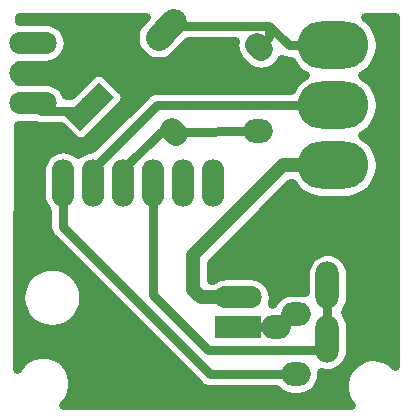
<source format=gbr>
G04 #@! TF.GenerationSoftware,KiCad,Pcbnew,5.1.4-1.fc30*
G04 #@! TF.CreationDate,2019-08-27T20:45:53+02:00*
G04 #@! TF.ProjectId,BoatFanControl,426f6174-4661-46e4-936f-6e74726f6c2e,rev?*
G04 #@! TF.SameCoordinates,PX5140c80PY5efc680*
G04 #@! TF.FileFunction,Copper,L2,Bot*
G04 #@! TF.FilePolarity,Positive*
%FSLAX46Y46*%
G04 Gerber Fmt 4.6, Leading zero omitted, Abs format (unit mm)*
G04 Created by KiCad (PCBNEW 5.1.4-1.fc30) date 2019-08-27 20:45:53*
%MOMM*%
%LPD*%
G04 APERTURE LIST*
%ADD10O,2.500000X2.000000*%
%ADD11C,2.000000*%
%ADD12C,2.000000*%
%ADD13O,4.000000X1.905000*%
%ADD14R,4.000000X1.905000*%
%ADD15O,6.000500X4.000500*%
%ADD16R,6.000500X4.000500*%
%ADD17O,2.000000X4.000000*%
%ADD18C,2.200000*%
%ADD19C,2.200000*%
%ADD20C,1.800000*%
%ADD21C,0.100000*%
%ADD22O,4.000000X1.879600*%
%ADD23O,1.879600X4.000000*%
%ADD24C,0.800000*%
%ADD25C,1.200000*%
G04 APERTURE END LIST*
D10*
X22700000Y12480000D03*
X22700000Y7400000D03*
X24400000Y8480000D03*
X24400000Y3400000D03*
X21200000Y13840000D03*
X21200000Y24000000D03*
D11*
X14115795Y23915795D03*
D12*
X14292572Y23739018D02*
X13939018Y24092572D01*
D11*
X21300000Y31100000D03*
D12*
X21476777Y30923223D02*
X21123223Y31276777D01*
D13*
X19550000Y12430000D03*
X19550000Y9890000D03*
D14*
X19550000Y7350000D03*
D15*
X27600000Y31240000D03*
X27600000Y26160000D03*
X27600000Y21080000D03*
D16*
X27600000Y16000000D03*
D17*
X31600000Y6400000D03*
X27100000Y6400000D03*
X31600000Y10900000D03*
X27100000Y10900000D03*
D18*
X13430652Y32530652D03*
D19*
X12794256Y31894256D02*
X14067048Y33167048D01*
D20*
X6953553Y26053553D03*
D21*
G36*
X6175736Y24002943D02*
G01*
X4902943Y25275736D01*
X7731370Y28104163D01*
X9004163Y26831370D01*
X6175736Y24002943D01*
X6175736Y24002943D01*
G37*
D22*
X2200000Y31430000D03*
X2200000Y28890000D03*
X2200000Y26350000D03*
D23*
X17400000Y19600000D03*
X14860000Y19600000D03*
X12320000Y19600000D03*
X9780000Y19600000D03*
X7240000Y19600000D03*
X4700000Y19600000D03*
D24*
X2230000Y31400000D02*
X2200000Y31430000D01*
X2850000Y25700000D02*
X2200000Y26350000D01*
X6600000Y25700000D02*
X2850000Y25700000D01*
X20390000Y12430000D02*
X19550000Y12430000D01*
X21700000Y13740000D02*
X20390000Y12430000D01*
X23780000Y8480000D02*
X22700000Y7400000D01*
X24400000Y8480000D02*
X23780000Y8480000D01*
X19600000Y7400000D02*
X19550000Y7350000D01*
X22700000Y7400000D02*
X19600000Y7400000D01*
X4700000Y15861510D02*
X4700000Y18600000D01*
X17161510Y3400000D02*
X4700000Y15861510D01*
X24400000Y3400000D02*
X17161510Y3400000D01*
X12320000Y18600000D02*
X12320000Y10080000D01*
X17000000Y5400000D02*
X27100000Y5400000D01*
X12320000Y10080000D02*
X17000000Y5400000D01*
X27100000Y5400000D02*
X27100000Y11900000D01*
X23799750Y31240000D02*
X22155545Y32884205D01*
X22155545Y32884205D02*
X13784205Y32884205D01*
X27600000Y31240000D02*
X23799750Y31240000D01*
X22155545Y31955545D02*
X22155545Y32884205D01*
X21300000Y31100000D02*
X22155545Y31955545D01*
X7240000Y20722084D02*
X7240000Y18600000D01*
X12677916Y26160000D02*
X7240000Y20722084D01*
X27600000Y26160000D02*
X12677916Y26160000D01*
D25*
X23399750Y21080000D02*
X27600000Y21080000D01*
X23336091Y21080000D02*
X23399750Y21080000D01*
X15704916Y13448825D02*
X23336091Y21080000D01*
X15704916Y10535084D02*
X15704916Y13448825D01*
X16350000Y9890000D02*
X15704916Y10535084D01*
X19550000Y9890000D02*
X16350000Y9890000D01*
D24*
X9780000Y20722084D02*
X9780000Y18600000D01*
X12973711Y23915795D02*
X9780000Y20722084D01*
X14115795Y23915795D02*
X12973711Y23915795D01*
X14131590Y23900000D02*
X14115795Y23915795D01*
X14115795Y23915795D02*
X21200000Y24000000D01*
G36*
X11304638Y33244378D02*
G01*
X11116588Y33015238D01*
X10930131Y32666402D01*
X10815311Y32287893D01*
X10776541Y31894256D01*
X10815311Y31500619D01*
X10930131Y31122110D01*
X11116588Y30773274D01*
X11367517Y30467517D01*
X11673274Y30216588D01*
X12022110Y30030131D01*
X12400619Y29915311D01*
X12794256Y29876541D01*
X13187893Y29915311D01*
X13566402Y30030131D01*
X13915238Y30216588D01*
X14144378Y30404638D01*
X15315945Y31576205D01*
X19235484Y31576205D01*
X19205993Y31276777D01*
X19242832Y30902744D01*
X19351933Y30543086D01*
X19529104Y30211621D01*
X19707791Y29993891D01*
X20193891Y29507791D01*
X20411621Y29329104D01*
X20743086Y29151933D01*
X21102744Y29042832D01*
X21476777Y29005992D01*
X21850810Y29042832D01*
X22210468Y29151933D01*
X22541933Y29329104D01*
X22832464Y29567536D01*
X23070896Y29858067D01*
X23190789Y30082371D01*
X23296778Y30025719D01*
X23543337Y29950926D01*
X23735500Y29932000D01*
X23735506Y29932000D01*
X23799749Y29925673D01*
X23863992Y29932000D01*
X24001511Y29932000D01*
X24170179Y29616445D01*
X24533607Y29173607D01*
X24976445Y28810179D01*
X25182575Y28700000D01*
X24976445Y28589821D01*
X24533607Y28226393D01*
X24170179Y27783555D01*
X24001511Y27468000D01*
X12742159Y27468000D01*
X12677916Y27474327D01*
X12613673Y27468000D01*
X12613666Y27468000D01*
X12421503Y27449074D01*
X12174944Y27374281D01*
X11947714Y27252824D01*
X11748546Y27089370D01*
X11707589Y27039464D01*
X7179063Y22510938D01*
X6877768Y22481263D01*
X6529456Y22375604D01*
X6208451Y22204023D01*
X5970000Y22008331D01*
X5731548Y22204023D01*
X5410543Y22375604D01*
X5062231Y22481263D01*
X4700000Y22516940D01*
X4337768Y22481263D01*
X3989456Y22375604D01*
X3668451Y22204023D01*
X3387087Y21973113D01*
X3156177Y21691748D01*
X2984596Y21370743D01*
X2878937Y21022431D01*
X2852200Y20750968D01*
X2852201Y18449031D01*
X2878938Y18177568D01*
X2984597Y17829256D01*
X3156178Y17508251D01*
X3387088Y17226887D01*
X3392000Y17222855D01*
X3392000Y15925753D01*
X3385673Y15861510D01*
X3392000Y15797267D01*
X3392000Y15797261D01*
X3410926Y15605098D01*
X3485719Y15358539D01*
X3607176Y15131309D01*
X3770630Y14932140D01*
X3820536Y14891183D01*
X16191183Y2520536D01*
X16232140Y2470630D01*
X16431308Y2307176D01*
X16658538Y2185719D01*
X16905097Y2110926D01*
X17097260Y2092000D01*
X17097269Y2092000D01*
X17161509Y2085673D01*
X17225749Y2092000D01*
X22755177Y2092000D01*
X22794313Y2044313D01*
X23084844Y1805881D01*
X23416307Y1628710D01*
X23775967Y1519608D01*
X24056276Y1492000D01*
X24743724Y1492000D01*
X25024033Y1519608D01*
X25383693Y1628710D01*
X25715156Y1805881D01*
X26005687Y2044313D01*
X26244119Y2334844D01*
X26421290Y2666307D01*
X26530392Y3025967D01*
X26567231Y3400000D01*
X26550199Y3572927D01*
X26725968Y3519608D01*
X27100000Y3482769D01*
X27474033Y3519608D01*
X27833693Y3628710D01*
X28165156Y3805881D01*
X28455687Y4044313D01*
X28694119Y4334844D01*
X28871290Y4666307D01*
X28980392Y5025967D01*
X29008000Y5306277D01*
X29008000Y7493724D01*
X28980392Y7774033D01*
X28871290Y8133693D01*
X28694119Y8465156D01*
X28542422Y8650000D01*
X28694119Y8834844D01*
X28871290Y9166307D01*
X28980392Y9525967D01*
X29008000Y9806277D01*
X29008000Y11993724D01*
X28980392Y12274033D01*
X28871290Y12633693D01*
X28694119Y12965156D01*
X28455687Y13255687D01*
X28165156Y13494119D01*
X27833692Y13671290D01*
X27474032Y13780392D01*
X27100000Y13817231D01*
X26725967Y13780392D01*
X26366307Y13671290D01*
X26034844Y13494119D01*
X25744313Y13255687D01*
X25505881Y12965156D01*
X25328710Y12633692D01*
X25219608Y12274032D01*
X25192000Y11993723D01*
X25192001Y10309439D01*
X25024033Y10360392D01*
X24743724Y10388000D01*
X24056276Y10388000D01*
X23775967Y10360392D01*
X23416307Y10251290D01*
X23084844Y10074119D01*
X22794313Y9835687D01*
X22555881Y9545156D01*
X22429118Y9308000D01*
X22365170Y9308000D01*
X22431080Y9525278D01*
X22467002Y9890000D01*
X22431080Y10254722D01*
X22324695Y10605427D01*
X22151934Y10928640D01*
X21919438Y11211938D01*
X21636140Y11444434D01*
X21312927Y11617195D01*
X20962222Y11723580D01*
X20688899Y11750500D01*
X18411101Y11750500D01*
X18137778Y11723580D01*
X17787073Y11617195D01*
X17463860Y11444434D01*
X17407280Y11398000D01*
X17212916Y11398000D01*
X17212916Y12824192D01*
X23960725Y19572000D01*
X24108413Y19572000D01*
X24170179Y19456445D01*
X24533607Y19013607D01*
X24976445Y18650179D01*
X25481676Y18380127D01*
X26029883Y18213831D01*
X26457136Y18171750D01*
X28742864Y18171750D01*
X29170117Y18213831D01*
X29718324Y18380127D01*
X30223555Y18650179D01*
X30666393Y19013607D01*
X31029821Y19456445D01*
X31299873Y19961676D01*
X31466169Y20509883D01*
X31522321Y21080000D01*
X31466169Y21650117D01*
X31299873Y22198324D01*
X31029821Y22703555D01*
X30666393Y23146393D01*
X30223555Y23509821D01*
X30017425Y23620000D01*
X30223555Y23730179D01*
X30666393Y24093607D01*
X31029821Y24536445D01*
X31299873Y25041676D01*
X31466169Y25589883D01*
X31522321Y26160000D01*
X31466169Y26730117D01*
X31299873Y27278324D01*
X31029821Y27783555D01*
X30666393Y28226393D01*
X30223555Y28589821D01*
X30017425Y28700000D01*
X30223555Y28810179D01*
X30666393Y29173607D01*
X31029821Y29616445D01*
X31299873Y30121676D01*
X31466169Y30669883D01*
X31522321Y31240000D01*
X31466169Y31810117D01*
X31299873Y32358324D01*
X31029821Y32863555D01*
X30666393Y33306393D01*
X30257455Y33642000D01*
X32842001Y33642000D01*
X32842000Y4104848D01*
X32598757Y4348091D01*
X32187983Y4622561D01*
X31731557Y4811619D01*
X31247016Y4908000D01*
X30752984Y4908000D01*
X30268443Y4811619D01*
X29812017Y4622561D01*
X29401243Y4348091D01*
X29051909Y3998757D01*
X28777439Y3587983D01*
X28588381Y3131557D01*
X28492000Y2647016D01*
X28492000Y2152984D01*
X28588381Y1668443D01*
X28777439Y1212017D01*
X29051909Y801243D01*
X29095152Y758000D01*
X4704848Y758000D01*
X4948091Y1001243D01*
X5222561Y1412017D01*
X5411619Y1868443D01*
X5508000Y2352984D01*
X5508000Y2847016D01*
X5411619Y3331557D01*
X5222561Y3787983D01*
X4948091Y4198757D01*
X4598757Y4548091D01*
X4187983Y4822561D01*
X3731557Y5011619D01*
X3247016Y5108000D01*
X2752984Y5108000D01*
X2268443Y5011619D01*
X1812017Y4822561D01*
X1401243Y4548091D01*
X1051909Y4198757D01*
X780965Y3793260D01*
X816003Y9890000D01*
X1079140Y9890000D01*
X1130460Y9368941D01*
X1282447Y8867906D01*
X1529261Y8406150D01*
X1861417Y8001417D01*
X2266150Y7669261D01*
X2727906Y7422447D01*
X3228941Y7270460D01*
X3619431Y7232000D01*
X3880569Y7232000D01*
X4271059Y7270460D01*
X4772094Y7422447D01*
X5233850Y7669261D01*
X5638583Y8001417D01*
X5970739Y8406150D01*
X6217553Y8867906D01*
X6369540Y9368941D01*
X6420860Y9890000D01*
X6369540Y10411059D01*
X6217553Y10912094D01*
X5970739Y11373850D01*
X5638583Y11778583D01*
X5233850Y12110739D01*
X4772094Y12357553D01*
X4271059Y12509540D01*
X3880569Y12548000D01*
X3619431Y12548000D01*
X3228941Y12509540D01*
X2727906Y12357553D01*
X2266150Y12110739D01*
X1861417Y11778583D01*
X1529261Y11373850D01*
X1282447Y10912094D01*
X1130460Y10411059D01*
X1079140Y9890000D01*
X816003Y9890000D01*
X900066Y24516872D01*
X1049031Y24502200D01*
X2316194Y24502200D01*
X2347028Y24485719D01*
X2593587Y24410926D01*
X2785750Y24392000D01*
X2785757Y24392000D01*
X2850000Y24385673D01*
X2914243Y24392000D01*
X4496361Y24392000D01*
X5530577Y23357784D01*
X5668838Y23244316D01*
X5826578Y23160002D01*
X5997737Y23108081D01*
X6175736Y23090550D01*
X6353735Y23108081D01*
X6524894Y23160002D01*
X6682634Y23244316D01*
X6820895Y23357784D01*
X9649322Y26186211D01*
X9762790Y26324472D01*
X9847104Y26482212D01*
X9899025Y26653371D01*
X9916556Y26831370D01*
X9899025Y27009369D01*
X9847104Y27180528D01*
X9762790Y27338268D01*
X9649322Y27476529D01*
X8376529Y28749322D01*
X8238268Y28862790D01*
X8080528Y28947104D01*
X7909369Y28999025D01*
X7731370Y29016556D01*
X7553371Y28999025D01*
X7382212Y28947104D01*
X7224472Y28862790D01*
X7086211Y28749322D01*
X5344889Y27008000D01*
X4991543Y27008000D01*
X4975604Y27060544D01*
X4804023Y27381549D01*
X4573113Y27662913D01*
X4291749Y27893823D01*
X3970744Y28065404D01*
X3622432Y28171063D01*
X3350969Y28197800D01*
X1049031Y28197800D01*
X921149Y28185205D01*
X929245Y29593998D01*
X1049031Y29582200D01*
X3350969Y29582200D01*
X3622432Y29608937D01*
X3970744Y29714596D01*
X4291749Y29886177D01*
X4573113Y30117087D01*
X4804023Y30398451D01*
X4975604Y30719456D01*
X5081263Y31067768D01*
X5116940Y31430000D01*
X5081263Y31792232D01*
X4975604Y32140544D01*
X4804023Y32461549D01*
X4573113Y32742913D01*
X4291749Y32973823D01*
X3970744Y33145404D01*
X3622432Y33251063D01*
X3350969Y33277800D01*
X1049031Y33277800D01*
X950360Y33268082D01*
X952509Y33642000D01*
X11702260Y33642000D01*
X11304638Y33244378D01*
X11304638Y33244378D01*
G37*
X11304638Y33244378D02*
X11116588Y33015238D01*
X10930131Y32666402D01*
X10815311Y32287893D01*
X10776541Y31894256D01*
X10815311Y31500619D01*
X10930131Y31122110D01*
X11116588Y30773274D01*
X11367517Y30467517D01*
X11673274Y30216588D01*
X12022110Y30030131D01*
X12400619Y29915311D01*
X12794256Y29876541D01*
X13187893Y29915311D01*
X13566402Y30030131D01*
X13915238Y30216588D01*
X14144378Y30404638D01*
X15315945Y31576205D01*
X19235484Y31576205D01*
X19205993Y31276777D01*
X19242832Y30902744D01*
X19351933Y30543086D01*
X19529104Y30211621D01*
X19707791Y29993891D01*
X20193891Y29507791D01*
X20411621Y29329104D01*
X20743086Y29151933D01*
X21102744Y29042832D01*
X21476777Y29005992D01*
X21850810Y29042832D01*
X22210468Y29151933D01*
X22541933Y29329104D01*
X22832464Y29567536D01*
X23070896Y29858067D01*
X23190789Y30082371D01*
X23296778Y30025719D01*
X23543337Y29950926D01*
X23735500Y29932000D01*
X23735506Y29932000D01*
X23799749Y29925673D01*
X23863992Y29932000D01*
X24001511Y29932000D01*
X24170179Y29616445D01*
X24533607Y29173607D01*
X24976445Y28810179D01*
X25182575Y28700000D01*
X24976445Y28589821D01*
X24533607Y28226393D01*
X24170179Y27783555D01*
X24001511Y27468000D01*
X12742159Y27468000D01*
X12677916Y27474327D01*
X12613673Y27468000D01*
X12613666Y27468000D01*
X12421503Y27449074D01*
X12174944Y27374281D01*
X11947714Y27252824D01*
X11748546Y27089370D01*
X11707589Y27039464D01*
X7179063Y22510938D01*
X6877768Y22481263D01*
X6529456Y22375604D01*
X6208451Y22204023D01*
X5970000Y22008331D01*
X5731548Y22204023D01*
X5410543Y22375604D01*
X5062231Y22481263D01*
X4700000Y22516940D01*
X4337768Y22481263D01*
X3989456Y22375604D01*
X3668451Y22204023D01*
X3387087Y21973113D01*
X3156177Y21691748D01*
X2984596Y21370743D01*
X2878937Y21022431D01*
X2852200Y20750968D01*
X2852201Y18449031D01*
X2878938Y18177568D01*
X2984597Y17829256D01*
X3156178Y17508251D01*
X3387088Y17226887D01*
X3392000Y17222855D01*
X3392000Y15925753D01*
X3385673Y15861510D01*
X3392000Y15797267D01*
X3392000Y15797261D01*
X3410926Y15605098D01*
X3485719Y15358539D01*
X3607176Y15131309D01*
X3770630Y14932140D01*
X3820536Y14891183D01*
X16191183Y2520536D01*
X16232140Y2470630D01*
X16431308Y2307176D01*
X16658538Y2185719D01*
X16905097Y2110926D01*
X17097260Y2092000D01*
X17097269Y2092000D01*
X17161509Y2085673D01*
X17225749Y2092000D01*
X22755177Y2092000D01*
X22794313Y2044313D01*
X23084844Y1805881D01*
X23416307Y1628710D01*
X23775967Y1519608D01*
X24056276Y1492000D01*
X24743724Y1492000D01*
X25024033Y1519608D01*
X25383693Y1628710D01*
X25715156Y1805881D01*
X26005687Y2044313D01*
X26244119Y2334844D01*
X26421290Y2666307D01*
X26530392Y3025967D01*
X26567231Y3400000D01*
X26550199Y3572927D01*
X26725968Y3519608D01*
X27100000Y3482769D01*
X27474033Y3519608D01*
X27833693Y3628710D01*
X28165156Y3805881D01*
X28455687Y4044313D01*
X28694119Y4334844D01*
X28871290Y4666307D01*
X28980392Y5025967D01*
X29008000Y5306277D01*
X29008000Y7493724D01*
X28980392Y7774033D01*
X28871290Y8133693D01*
X28694119Y8465156D01*
X28542422Y8650000D01*
X28694119Y8834844D01*
X28871290Y9166307D01*
X28980392Y9525967D01*
X29008000Y9806277D01*
X29008000Y11993724D01*
X28980392Y12274033D01*
X28871290Y12633693D01*
X28694119Y12965156D01*
X28455687Y13255687D01*
X28165156Y13494119D01*
X27833692Y13671290D01*
X27474032Y13780392D01*
X27100000Y13817231D01*
X26725967Y13780392D01*
X26366307Y13671290D01*
X26034844Y13494119D01*
X25744313Y13255687D01*
X25505881Y12965156D01*
X25328710Y12633692D01*
X25219608Y12274032D01*
X25192000Y11993723D01*
X25192001Y10309439D01*
X25024033Y10360392D01*
X24743724Y10388000D01*
X24056276Y10388000D01*
X23775967Y10360392D01*
X23416307Y10251290D01*
X23084844Y10074119D01*
X22794313Y9835687D01*
X22555881Y9545156D01*
X22429118Y9308000D01*
X22365170Y9308000D01*
X22431080Y9525278D01*
X22467002Y9890000D01*
X22431080Y10254722D01*
X22324695Y10605427D01*
X22151934Y10928640D01*
X21919438Y11211938D01*
X21636140Y11444434D01*
X21312927Y11617195D01*
X20962222Y11723580D01*
X20688899Y11750500D01*
X18411101Y11750500D01*
X18137778Y11723580D01*
X17787073Y11617195D01*
X17463860Y11444434D01*
X17407280Y11398000D01*
X17212916Y11398000D01*
X17212916Y12824192D01*
X23960725Y19572000D01*
X24108413Y19572000D01*
X24170179Y19456445D01*
X24533607Y19013607D01*
X24976445Y18650179D01*
X25481676Y18380127D01*
X26029883Y18213831D01*
X26457136Y18171750D01*
X28742864Y18171750D01*
X29170117Y18213831D01*
X29718324Y18380127D01*
X30223555Y18650179D01*
X30666393Y19013607D01*
X31029821Y19456445D01*
X31299873Y19961676D01*
X31466169Y20509883D01*
X31522321Y21080000D01*
X31466169Y21650117D01*
X31299873Y22198324D01*
X31029821Y22703555D01*
X30666393Y23146393D01*
X30223555Y23509821D01*
X30017425Y23620000D01*
X30223555Y23730179D01*
X30666393Y24093607D01*
X31029821Y24536445D01*
X31299873Y25041676D01*
X31466169Y25589883D01*
X31522321Y26160000D01*
X31466169Y26730117D01*
X31299873Y27278324D01*
X31029821Y27783555D01*
X30666393Y28226393D01*
X30223555Y28589821D01*
X30017425Y28700000D01*
X30223555Y28810179D01*
X30666393Y29173607D01*
X31029821Y29616445D01*
X31299873Y30121676D01*
X31466169Y30669883D01*
X31522321Y31240000D01*
X31466169Y31810117D01*
X31299873Y32358324D01*
X31029821Y32863555D01*
X30666393Y33306393D01*
X30257455Y33642000D01*
X32842001Y33642000D01*
X32842000Y4104848D01*
X32598757Y4348091D01*
X32187983Y4622561D01*
X31731557Y4811619D01*
X31247016Y4908000D01*
X30752984Y4908000D01*
X30268443Y4811619D01*
X29812017Y4622561D01*
X29401243Y4348091D01*
X29051909Y3998757D01*
X28777439Y3587983D01*
X28588381Y3131557D01*
X28492000Y2647016D01*
X28492000Y2152984D01*
X28588381Y1668443D01*
X28777439Y1212017D01*
X29051909Y801243D01*
X29095152Y758000D01*
X4704848Y758000D01*
X4948091Y1001243D01*
X5222561Y1412017D01*
X5411619Y1868443D01*
X5508000Y2352984D01*
X5508000Y2847016D01*
X5411619Y3331557D01*
X5222561Y3787983D01*
X4948091Y4198757D01*
X4598757Y4548091D01*
X4187983Y4822561D01*
X3731557Y5011619D01*
X3247016Y5108000D01*
X2752984Y5108000D01*
X2268443Y5011619D01*
X1812017Y4822561D01*
X1401243Y4548091D01*
X1051909Y4198757D01*
X780965Y3793260D01*
X816003Y9890000D01*
X1079140Y9890000D01*
X1130460Y9368941D01*
X1282447Y8867906D01*
X1529261Y8406150D01*
X1861417Y8001417D01*
X2266150Y7669261D01*
X2727906Y7422447D01*
X3228941Y7270460D01*
X3619431Y7232000D01*
X3880569Y7232000D01*
X4271059Y7270460D01*
X4772094Y7422447D01*
X5233850Y7669261D01*
X5638583Y8001417D01*
X5970739Y8406150D01*
X6217553Y8867906D01*
X6369540Y9368941D01*
X6420860Y9890000D01*
X6369540Y10411059D01*
X6217553Y10912094D01*
X5970739Y11373850D01*
X5638583Y11778583D01*
X5233850Y12110739D01*
X4772094Y12357553D01*
X4271059Y12509540D01*
X3880569Y12548000D01*
X3619431Y12548000D01*
X3228941Y12509540D01*
X2727906Y12357553D01*
X2266150Y12110739D01*
X1861417Y11778583D01*
X1529261Y11373850D01*
X1282447Y10912094D01*
X1130460Y10411059D01*
X1079140Y9890000D01*
X816003Y9890000D01*
X900066Y24516872D01*
X1049031Y24502200D01*
X2316194Y24502200D01*
X2347028Y24485719D01*
X2593587Y24410926D01*
X2785750Y24392000D01*
X2785757Y24392000D01*
X2850000Y24385673D01*
X2914243Y24392000D01*
X4496361Y24392000D01*
X5530577Y23357784D01*
X5668838Y23244316D01*
X5826578Y23160002D01*
X5997737Y23108081D01*
X6175736Y23090550D01*
X6353735Y23108081D01*
X6524894Y23160002D01*
X6682634Y23244316D01*
X6820895Y23357784D01*
X9649322Y26186211D01*
X9762790Y26324472D01*
X9847104Y26482212D01*
X9899025Y26653371D01*
X9916556Y26831370D01*
X9899025Y27009369D01*
X9847104Y27180528D01*
X9762790Y27338268D01*
X9649322Y27476529D01*
X8376529Y28749322D01*
X8238268Y28862790D01*
X8080528Y28947104D01*
X7909369Y28999025D01*
X7731370Y29016556D01*
X7553371Y28999025D01*
X7382212Y28947104D01*
X7224472Y28862790D01*
X7086211Y28749322D01*
X5344889Y27008000D01*
X4991543Y27008000D01*
X4975604Y27060544D01*
X4804023Y27381549D01*
X4573113Y27662913D01*
X4291749Y27893823D01*
X3970744Y28065404D01*
X3622432Y28171063D01*
X3350969Y28197800D01*
X1049031Y28197800D01*
X921149Y28185205D01*
X929245Y29593998D01*
X1049031Y29582200D01*
X3350969Y29582200D01*
X3622432Y29608937D01*
X3970744Y29714596D01*
X4291749Y29886177D01*
X4573113Y30117087D01*
X4804023Y30398451D01*
X4975604Y30719456D01*
X5081263Y31067768D01*
X5116940Y31430000D01*
X5081263Y31792232D01*
X4975604Y32140544D01*
X4804023Y32461549D01*
X4573113Y32742913D01*
X4291749Y32973823D01*
X3970744Y33145404D01*
X3622432Y33251063D01*
X3350969Y33277800D01*
X1049031Y33277800D01*
X950360Y33268082D01*
X952509Y33642000D01*
X11702260Y33642000D01*
X11304638Y33244378D01*
M02*

</source>
